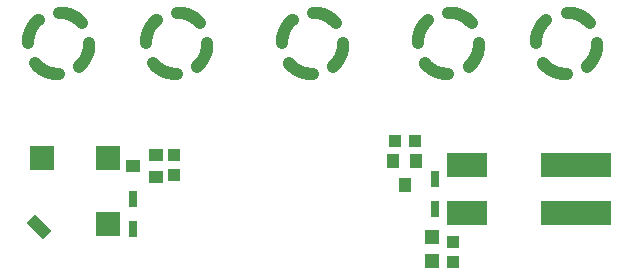
<source format=gbr>
G04 EAGLE Gerber RS-274X export*
G75*
%MOMM*%
%FSLAX34Y34*%
%LPD*%
%INSolderpaste Top*%
%IPPOS*%
%AMOC8*
5,1,8,0,0,1.08239X$1,22.5*%
G01*
%ADD10C,1.000000*%
%ADD11R,2.000000X2.000000*%
%ADD12R,2.000000X1.000000*%
%ADD13R,1.200000X1.000000*%
%ADD14R,1.000000X1.075000*%
%ADD15R,0.800000X1.350000*%
%ADD16R,1.000000X1.200000*%
%ADD17R,1.075000X1.000000*%
%ADD18R,3.500000X2.000000*%
%ADD19R,6.000000X2.000000*%
%ADD20R,1.200000X1.200000*%


D10*
X274430Y182080D02*
X274899Y182498D01*
X275359Y182927D01*
X275808Y183366D01*
X276247Y183817D01*
X276674Y184278D01*
X277090Y184749D01*
X277495Y185230D01*
X277888Y185721D01*
X278269Y186221D01*
X278639Y186730D01*
X278995Y187247D01*
X279339Y187773D01*
X279671Y188308D01*
X279989Y188850D01*
X280294Y189399D01*
X280586Y189956D01*
X280865Y190520D01*
X281130Y191090D01*
X281381Y191666D01*
X281618Y192248D01*
X281841Y192836D01*
X282050Y193429D01*
X282244Y194027D01*
X282425Y194629D01*
X282590Y195236D01*
X282741Y195846D01*
X282877Y196460D01*
X282998Y197077D01*
X283105Y197696D01*
X283196Y198318D01*
X283273Y198942D01*
X283335Y199568D01*
X283381Y200195D01*
X283412Y200823D01*
X283429Y201451D01*
X283430Y202080D01*
X277429Y219081D02*
X277011Y219550D01*
X276582Y220010D01*
X276143Y220459D01*
X275692Y220898D01*
X275231Y221325D01*
X274760Y221741D01*
X274279Y222146D01*
X273788Y222539D01*
X273288Y222920D01*
X272779Y223290D01*
X272262Y223646D01*
X271736Y223990D01*
X271201Y224322D01*
X270659Y224640D01*
X270110Y224945D01*
X269553Y225237D01*
X268989Y225516D01*
X268419Y225781D01*
X267843Y226032D01*
X267261Y226269D01*
X266673Y226492D01*
X266080Y226701D01*
X265482Y226895D01*
X264880Y227076D01*
X264273Y227241D01*
X263663Y227392D01*
X263049Y227528D01*
X262432Y227649D01*
X261813Y227756D01*
X261191Y227847D01*
X260567Y227924D01*
X259941Y227986D01*
X259314Y228032D01*
X258686Y228063D01*
X258058Y228080D01*
X257429Y228081D01*
X240428Y222080D02*
X239959Y221662D01*
X239499Y221233D01*
X239050Y220794D01*
X238611Y220343D01*
X238184Y219882D01*
X237768Y219411D01*
X237363Y218930D01*
X236970Y218439D01*
X236589Y217939D01*
X236219Y217430D01*
X235863Y216913D01*
X235519Y216387D01*
X235187Y215852D01*
X234869Y215310D01*
X234564Y214761D01*
X234272Y214204D01*
X233993Y213640D01*
X233728Y213070D01*
X233477Y212494D01*
X233240Y211912D01*
X233017Y211324D01*
X232808Y210731D01*
X232614Y210133D01*
X232433Y209531D01*
X232268Y208924D01*
X232117Y208314D01*
X231981Y207700D01*
X231860Y207083D01*
X231753Y206464D01*
X231662Y205842D01*
X231585Y205218D01*
X231523Y204592D01*
X231477Y203965D01*
X231446Y203337D01*
X231429Y202709D01*
X231428Y202080D01*
X237429Y185079D02*
X237847Y184610D01*
X238276Y184150D01*
X238715Y183701D01*
X239166Y183262D01*
X239627Y182835D01*
X240098Y182419D01*
X240579Y182014D01*
X241070Y181621D01*
X241570Y181240D01*
X242079Y180870D01*
X242596Y180514D01*
X243122Y180170D01*
X243657Y179838D01*
X244199Y179520D01*
X244748Y179215D01*
X245305Y178923D01*
X245869Y178644D01*
X246439Y178379D01*
X247015Y178128D01*
X247597Y177891D01*
X248185Y177668D01*
X248778Y177459D01*
X249376Y177265D01*
X249978Y177084D01*
X250585Y176919D01*
X251195Y176768D01*
X251809Y176632D01*
X252426Y176511D01*
X253045Y176404D01*
X253667Y176313D01*
X254291Y176236D01*
X254917Y176174D01*
X255544Y176128D01*
X256172Y176097D01*
X256800Y176080D01*
X257429Y176079D01*
X168430Y202080D02*
X168429Y201451D01*
X168412Y200823D01*
X168381Y200195D01*
X168335Y199568D01*
X168273Y198942D01*
X168196Y198318D01*
X168105Y197696D01*
X167998Y197077D01*
X167877Y196460D01*
X167741Y195846D01*
X167590Y195236D01*
X167425Y194629D01*
X167244Y194027D01*
X167050Y193429D01*
X166841Y192836D01*
X166618Y192248D01*
X166381Y191666D01*
X166130Y191090D01*
X165865Y190520D01*
X165586Y189956D01*
X165294Y189399D01*
X164989Y188850D01*
X164671Y188308D01*
X164339Y187773D01*
X163995Y187247D01*
X163639Y186730D01*
X163269Y186221D01*
X162888Y185721D01*
X162495Y185230D01*
X162090Y184749D01*
X161674Y184278D01*
X161247Y183817D01*
X160808Y183366D01*
X160359Y182927D01*
X159899Y182498D01*
X159430Y182080D01*
X162429Y219081D02*
X162011Y219550D01*
X161582Y220010D01*
X161143Y220459D01*
X160692Y220898D01*
X160231Y221325D01*
X159760Y221741D01*
X159279Y222146D01*
X158788Y222539D01*
X158288Y222920D01*
X157779Y223290D01*
X157262Y223646D01*
X156736Y223990D01*
X156201Y224322D01*
X155659Y224640D01*
X155110Y224945D01*
X154553Y225237D01*
X153989Y225516D01*
X153419Y225781D01*
X152843Y226032D01*
X152261Y226269D01*
X151673Y226492D01*
X151080Y226701D01*
X150482Y226895D01*
X149880Y227076D01*
X149273Y227241D01*
X148663Y227392D01*
X148049Y227528D01*
X147432Y227649D01*
X146813Y227756D01*
X146191Y227847D01*
X145567Y227924D01*
X144941Y227986D01*
X144314Y228032D01*
X143686Y228063D01*
X143058Y228080D01*
X142429Y228081D01*
X125428Y222080D02*
X124959Y221662D01*
X124499Y221233D01*
X124050Y220794D01*
X123611Y220343D01*
X123184Y219882D01*
X122768Y219411D01*
X122363Y218930D01*
X121970Y218439D01*
X121589Y217939D01*
X121219Y217430D01*
X120863Y216913D01*
X120519Y216387D01*
X120187Y215852D01*
X119869Y215310D01*
X119564Y214761D01*
X119272Y214204D01*
X118993Y213640D01*
X118728Y213070D01*
X118477Y212494D01*
X118240Y211912D01*
X118017Y211324D01*
X117808Y210731D01*
X117614Y210133D01*
X117433Y209531D01*
X117268Y208924D01*
X117117Y208314D01*
X116981Y207700D01*
X116860Y207083D01*
X116753Y206464D01*
X116662Y205842D01*
X116585Y205218D01*
X116523Y204592D01*
X116477Y203965D01*
X116446Y203337D01*
X116429Y202709D01*
X116428Y202080D01*
X122429Y185079D02*
X122847Y184610D01*
X123276Y184150D01*
X123715Y183701D01*
X124166Y183262D01*
X124627Y182835D01*
X125098Y182419D01*
X125579Y182014D01*
X126070Y181621D01*
X126570Y181240D01*
X127079Y180870D01*
X127596Y180514D01*
X128122Y180170D01*
X128657Y179838D01*
X129199Y179520D01*
X129748Y179215D01*
X130305Y178923D01*
X130869Y178644D01*
X131439Y178379D01*
X132015Y178128D01*
X132597Y177891D01*
X133185Y177668D01*
X133778Y177459D01*
X134376Y177265D01*
X134978Y177084D01*
X135585Y176919D01*
X136195Y176768D01*
X136809Y176632D01*
X137426Y176511D01*
X138045Y176404D01*
X138667Y176313D01*
X139291Y176236D01*
X139917Y176174D01*
X140544Y176128D01*
X141172Y176097D01*
X141800Y176080D01*
X142429Y176079D01*
X389430Y182080D02*
X389899Y182498D01*
X390359Y182927D01*
X390808Y183366D01*
X391247Y183817D01*
X391674Y184278D01*
X392090Y184749D01*
X392495Y185230D01*
X392888Y185721D01*
X393269Y186221D01*
X393639Y186730D01*
X393995Y187247D01*
X394339Y187773D01*
X394671Y188308D01*
X394989Y188850D01*
X395294Y189399D01*
X395586Y189956D01*
X395865Y190520D01*
X396130Y191090D01*
X396381Y191666D01*
X396618Y192248D01*
X396841Y192836D01*
X397050Y193429D01*
X397244Y194027D01*
X397425Y194629D01*
X397590Y195236D01*
X397741Y195846D01*
X397877Y196460D01*
X397998Y197077D01*
X398105Y197696D01*
X398196Y198318D01*
X398273Y198942D01*
X398335Y199568D01*
X398381Y200195D01*
X398412Y200823D01*
X398429Y201451D01*
X398430Y202080D01*
X392429Y219081D02*
X392011Y219550D01*
X391582Y220010D01*
X391143Y220459D01*
X390692Y220898D01*
X390231Y221325D01*
X389760Y221741D01*
X389279Y222146D01*
X388788Y222539D01*
X388288Y222920D01*
X387779Y223290D01*
X387262Y223646D01*
X386736Y223990D01*
X386201Y224322D01*
X385659Y224640D01*
X385110Y224945D01*
X384553Y225237D01*
X383989Y225516D01*
X383419Y225781D01*
X382843Y226032D01*
X382261Y226269D01*
X381673Y226492D01*
X381080Y226701D01*
X380482Y226895D01*
X379880Y227076D01*
X379273Y227241D01*
X378663Y227392D01*
X378049Y227528D01*
X377432Y227649D01*
X376813Y227756D01*
X376191Y227847D01*
X375567Y227924D01*
X374941Y227986D01*
X374314Y228032D01*
X373686Y228063D01*
X373058Y228080D01*
X372429Y228081D01*
X355428Y222080D02*
X354959Y221662D01*
X354499Y221233D01*
X354050Y220794D01*
X353611Y220343D01*
X353184Y219882D01*
X352768Y219411D01*
X352363Y218930D01*
X351970Y218439D01*
X351589Y217939D01*
X351219Y217430D01*
X350863Y216913D01*
X350519Y216387D01*
X350187Y215852D01*
X349869Y215310D01*
X349564Y214761D01*
X349272Y214204D01*
X348993Y213640D01*
X348728Y213070D01*
X348477Y212494D01*
X348240Y211912D01*
X348017Y211324D01*
X347808Y210731D01*
X347614Y210133D01*
X347433Y209531D01*
X347268Y208924D01*
X347117Y208314D01*
X346981Y207700D01*
X346860Y207083D01*
X346753Y206464D01*
X346662Y205842D01*
X346585Y205218D01*
X346523Y204592D01*
X346477Y203965D01*
X346446Y203337D01*
X346429Y202709D01*
X346428Y202080D01*
X352429Y185079D02*
X352847Y184610D01*
X353276Y184150D01*
X353715Y183701D01*
X354166Y183262D01*
X354627Y182835D01*
X355098Y182419D01*
X355579Y182014D01*
X356070Y181621D01*
X356570Y181240D01*
X357079Y180870D01*
X357596Y180514D01*
X358122Y180170D01*
X358657Y179838D01*
X359199Y179520D01*
X359748Y179215D01*
X360305Y178923D01*
X360869Y178644D01*
X361439Y178379D01*
X362015Y178128D01*
X362597Y177891D01*
X363185Y177668D01*
X363778Y177459D01*
X364376Y177265D01*
X364978Y177084D01*
X365585Y176919D01*
X366195Y176768D01*
X366809Y176632D01*
X367426Y176511D01*
X368045Y176404D01*
X368667Y176313D01*
X369291Y176236D01*
X369917Y176174D01*
X370544Y176128D01*
X371172Y176097D01*
X371800Y176080D01*
X372429Y176079D01*
X68430Y202080D02*
X68429Y201451D01*
X68412Y200823D01*
X68381Y200195D01*
X68335Y199568D01*
X68273Y198942D01*
X68196Y198318D01*
X68105Y197696D01*
X67998Y197077D01*
X67877Y196460D01*
X67741Y195846D01*
X67590Y195236D01*
X67425Y194629D01*
X67244Y194027D01*
X67050Y193429D01*
X66841Y192836D01*
X66618Y192248D01*
X66381Y191666D01*
X66130Y191090D01*
X65865Y190520D01*
X65586Y189956D01*
X65294Y189399D01*
X64989Y188850D01*
X64671Y188308D01*
X64339Y187773D01*
X63995Y187247D01*
X63639Y186730D01*
X63269Y186221D01*
X62888Y185721D01*
X62495Y185230D01*
X62090Y184749D01*
X61674Y184278D01*
X61247Y183817D01*
X60808Y183366D01*
X60359Y182927D01*
X59899Y182498D01*
X59430Y182080D01*
X62429Y219081D02*
X62011Y219550D01*
X61582Y220010D01*
X61143Y220459D01*
X60692Y220898D01*
X60231Y221325D01*
X59760Y221741D01*
X59279Y222146D01*
X58788Y222539D01*
X58288Y222920D01*
X57779Y223290D01*
X57262Y223646D01*
X56736Y223990D01*
X56201Y224322D01*
X55659Y224640D01*
X55110Y224945D01*
X54553Y225237D01*
X53989Y225516D01*
X53419Y225781D01*
X52843Y226032D01*
X52261Y226269D01*
X51673Y226492D01*
X51080Y226701D01*
X50482Y226895D01*
X49880Y227076D01*
X49273Y227241D01*
X48663Y227392D01*
X48049Y227528D01*
X47432Y227649D01*
X46813Y227756D01*
X46191Y227847D01*
X45567Y227924D01*
X44941Y227986D01*
X44314Y228032D01*
X43686Y228063D01*
X43058Y228080D01*
X42429Y228081D01*
X25428Y222080D02*
X24959Y221662D01*
X24499Y221233D01*
X24050Y220794D01*
X23611Y220343D01*
X23184Y219882D01*
X22768Y219411D01*
X22363Y218930D01*
X21970Y218439D01*
X21589Y217939D01*
X21219Y217430D01*
X20863Y216913D01*
X20519Y216387D01*
X20187Y215852D01*
X19869Y215310D01*
X19564Y214761D01*
X19272Y214204D01*
X18993Y213640D01*
X18728Y213070D01*
X18477Y212494D01*
X18240Y211912D01*
X18017Y211324D01*
X17808Y210731D01*
X17614Y210133D01*
X17433Y209531D01*
X17268Y208924D01*
X17117Y208314D01*
X16981Y207700D01*
X16860Y207083D01*
X16753Y206464D01*
X16662Y205842D01*
X16585Y205218D01*
X16523Y204592D01*
X16477Y203965D01*
X16446Y203337D01*
X16429Y202709D01*
X16428Y202080D01*
X22429Y185079D02*
X22847Y184610D01*
X23276Y184150D01*
X23715Y183701D01*
X24166Y183262D01*
X24627Y182835D01*
X25098Y182419D01*
X25579Y182014D01*
X26070Y181621D01*
X26570Y181240D01*
X27079Y180870D01*
X27596Y180514D01*
X28122Y180170D01*
X28657Y179838D01*
X29199Y179520D01*
X29748Y179215D01*
X30305Y178923D01*
X30869Y178644D01*
X31439Y178379D01*
X32015Y178128D01*
X32597Y177891D01*
X33185Y177668D01*
X33778Y177459D01*
X34376Y177265D01*
X34978Y177084D01*
X35585Y176919D01*
X36195Y176768D01*
X36809Y176632D01*
X37426Y176511D01*
X38045Y176404D01*
X38667Y176313D01*
X39291Y176236D01*
X39917Y176174D01*
X40544Y176128D01*
X41172Y176097D01*
X41800Y176080D01*
X42429Y176079D01*
X489430Y182080D02*
X489899Y182498D01*
X490359Y182927D01*
X490808Y183366D01*
X491247Y183817D01*
X491674Y184278D01*
X492090Y184749D01*
X492495Y185230D01*
X492888Y185721D01*
X493269Y186221D01*
X493639Y186730D01*
X493995Y187247D01*
X494339Y187773D01*
X494671Y188308D01*
X494989Y188850D01*
X495294Y189399D01*
X495586Y189956D01*
X495865Y190520D01*
X496130Y191090D01*
X496381Y191666D01*
X496618Y192248D01*
X496841Y192836D01*
X497050Y193429D01*
X497244Y194027D01*
X497425Y194629D01*
X497590Y195236D01*
X497741Y195846D01*
X497877Y196460D01*
X497998Y197077D01*
X498105Y197696D01*
X498196Y198318D01*
X498273Y198942D01*
X498335Y199568D01*
X498381Y200195D01*
X498412Y200823D01*
X498429Y201451D01*
X498430Y202080D01*
X492429Y219081D02*
X492011Y219550D01*
X491582Y220010D01*
X491143Y220459D01*
X490692Y220898D01*
X490231Y221325D01*
X489760Y221741D01*
X489279Y222146D01*
X488788Y222539D01*
X488288Y222920D01*
X487779Y223290D01*
X487262Y223646D01*
X486736Y223990D01*
X486201Y224322D01*
X485659Y224640D01*
X485110Y224945D01*
X484553Y225237D01*
X483989Y225516D01*
X483419Y225781D01*
X482843Y226032D01*
X482261Y226269D01*
X481673Y226492D01*
X481080Y226701D01*
X480482Y226895D01*
X479880Y227076D01*
X479273Y227241D01*
X478663Y227392D01*
X478049Y227528D01*
X477432Y227649D01*
X476813Y227756D01*
X476191Y227847D01*
X475567Y227924D01*
X474941Y227986D01*
X474314Y228032D01*
X473686Y228063D01*
X473058Y228080D01*
X472429Y228081D01*
X455428Y222080D02*
X454959Y221662D01*
X454499Y221233D01*
X454050Y220794D01*
X453611Y220343D01*
X453184Y219882D01*
X452768Y219411D01*
X452363Y218930D01*
X451970Y218439D01*
X451589Y217939D01*
X451219Y217430D01*
X450863Y216913D01*
X450519Y216387D01*
X450187Y215852D01*
X449869Y215310D01*
X449564Y214761D01*
X449272Y214204D01*
X448993Y213640D01*
X448728Y213070D01*
X448477Y212494D01*
X448240Y211912D01*
X448017Y211324D01*
X447808Y210731D01*
X447614Y210133D01*
X447433Y209531D01*
X447268Y208924D01*
X447117Y208314D01*
X446981Y207700D01*
X446860Y207083D01*
X446753Y206464D01*
X446662Y205842D01*
X446585Y205218D01*
X446523Y204592D01*
X446477Y203965D01*
X446446Y203337D01*
X446429Y202709D01*
X446428Y202080D01*
X452429Y185079D02*
X452847Y184610D01*
X453276Y184150D01*
X453715Y183701D01*
X454166Y183262D01*
X454627Y182835D01*
X455098Y182419D01*
X455579Y182014D01*
X456070Y181621D01*
X456570Y181240D01*
X457079Y180870D01*
X457596Y180514D01*
X458122Y180170D01*
X458657Y179838D01*
X459199Y179520D01*
X459748Y179215D01*
X460305Y178923D01*
X460869Y178644D01*
X461439Y178379D01*
X462015Y178128D01*
X462597Y177891D01*
X463185Y177668D01*
X463778Y177459D01*
X464376Y177265D01*
X464978Y177084D01*
X465585Y176919D01*
X466195Y176768D01*
X466809Y176632D01*
X467426Y176511D01*
X468045Y176404D01*
X468667Y176313D01*
X469291Y176236D01*
X469917Y176174D01*
X470544Y176128D01*
X471172Y176097D01*
X471800Y176080D01*
X472429Y176079D01*
D11*
X28007Y104708D03*
X84007Y104708D03*
X84007Y48708D03*
D12*
G36*
X22472Y57314D02*
X36613Y43173D01*
X29542Y36102D01*
X15401Y50243D01*
X22472Y57314D01*
G37*
D13*
X105189Y98298D03*
X125189Y107798D03*
X125189Y88798D03*
D14*
X139954Y90179D03*
X139954Y107179D03*
D15*
X105410Y45085D03*
X105410Y70485D03*
D16*
X335280Y82329D03*
X325780Y102329D03*
X344780Y102329D03*
D17*
X344034Y119380D03*
X327034Y119380D03*
D15*
X360934Y87249D03*
X360934Y61849D03*
D18*
X388090Y98740D03*
D19*
X480590Y98740D03*
D18*
X388090Y58740D03*
D19*
X480590Y58740D03*
D20*
X358140Y17440D03*
X358140Y38440D03*
D14*
X375920Y33900D03*
X375920Y16900D03*
M02*

</source>
